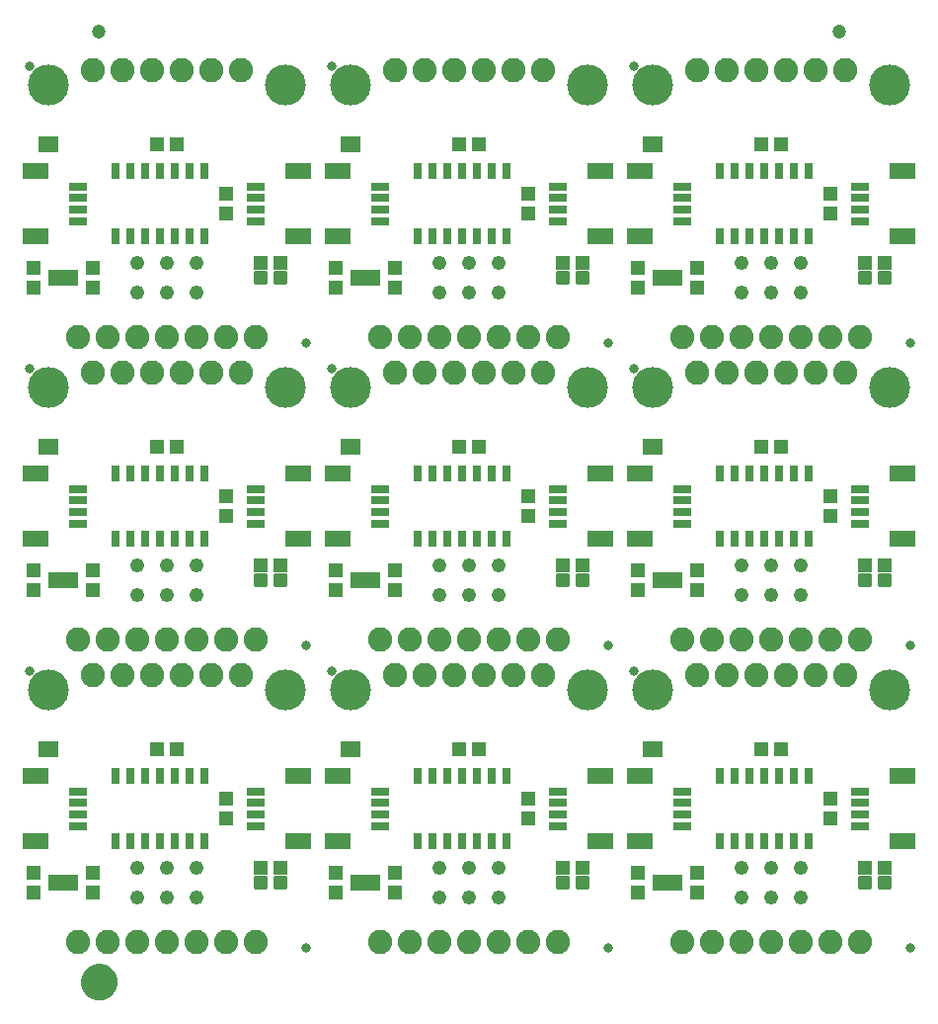
<source format=gts>
G75*
%MOIN*%
%OFA0B0*%
%FSLAX25Y25*%
%IPPOS*%
%LPD*%
%AMOC8*
5,1,8,0,0,1.08239X$1,22.5*
%
%ADD10C,0.03300*%
%ADD11R,0.08674X0.05524*%
%ADD12R,0.06115X0.03162*%
%ADD13C,0.08200*%
%ADD14R,0.04737X0.05131*%
%ADD15R,0.03300X0.05800*%
%ADD16R,0.03162X0.05524*%
%ADD17R,0.05131X0.04737*%
%ADD18C,0.04808*%
%ADD19C,0.01421*%
%ADD20C,0.13800*%
%ADD21C,0.04737*%
%ADD22C,0.05000*%
%ADD23C,0.06706*%
D10*
X0141962Y0036933D03*
X0243962Y0036933D03*
X0252462Y0130433D03*
X0243962Y0138933D03*
X0150462Y0130433D03*
X0141962Y0138933D03*
X0048462Y0130433D03*
X0048462Y0232433D03*
X0141962Y0240933D03*
X0150462Y0232433D03*
X0243962Y0240933D03*
X0252462Y0232433D03*
X0345962Y0240933D03*
X0252462Y0334433D03*
X0150462Y0334433D03*
X0048462Y0334433D03*
X0345962Y0138933D03*
X0345962Y0036933D03*
D11*
X0343430Y0072909D03*
X0343430Y0094957D03*
X0254493Y0094957D03*
X0241430Y0094957D03*
X0241430Y0072909D03*
X0254493Y0072909D03*
X0152493Y0072909D03*
X0139430Y0072909D03*
X0139430Y0094957D03*
X0152493Y0094957D03*
X0152493Y0174909D03*
X0139430Y0174909D03*
X0139430Y0196957D03*
X0152493Y0196957D03*
X0152493Y0276909D03*
X0139430Y0276909D03*
X0139430Y0298957D03*
X0152493Y0298957D03*
X0241430Y0298957D03*
X0254493Y0298957D03*
X0254493Y0276909D03*
X0241430Y0276909D03*
X0241430Y0196957D03*
X0254493Y0196957D03*
X0254493Y0174909D03*
X0241430Y0174909D03*
X0343430Y0174909D03*
X0343430Y0196957D03*
X0343430Y0276909D03*
X0343430Y0298957D03*
X0050493Y0298957D03*
X0050493Y0276909D03*
X0050493Y0196957D03*
X0050493Y0174909D03*
X0050493Y0094957D03*
X0050493Y0072909D03*
D12*
X0064962Y0078028D03*
X0064962Y0081965D03*
X0064962Y0085902D03*
X0064962Y0089839D03*
X0124962Y0089839D03*
X0124962Y0085902D03*
X0124962Y0081965D03*
X0124962Y0078028D03*
X0166962Y0078028D03*
X0166962Y0081965D03*
X0166962Y0085902D03*
X0166962Y0089839D03*
X0226962Y0089839D03*
X0226962Y0085902D03*
X0226962Y0081965D03*
X0226962Y0078028D03*
X0268962Y0078028D03*
X0268962Y0081965D03*
X0268962Y0085902D03*
X0268962Y0089839D03*
X0328962Y0089839D03*
X0328962Y0085902D03*
X0328962Y0081965D03*
X0328962Y0078028D03*
X0328962Y0180028D03*
X0328962Y0183965D03*
X0328962Y0187902D03*
X0328962Y0191839D03*
X0268962Y0191839D03*
X0268962Y0187902D03*
X0268962Y0183965D03*
X0268962Y0180028D03*
X0226962Y0180028D03*
X0226962Y0183965D03*
X0226962Y0187902D03*
X0226962Y0191839D03*
X0166962Y0191839D03*
X0166962Y0187902D03*
X0166962Y0183965D03*
X0166962Y0180028D03*
X0124962Y0180028D03*
X0124962Y0183965D03*
X0124962Y0187902D03*
X0124962Y0191839D03*
X0064962Y0191839D03*
X0064962Y0187902D03*
X0064962Y0183965D03*
X0064962Y0180028D03*
X0064962Y0282028D03*
X0064962Y0285965D03*
X0064962Y0289902D03*
X0064962Y0293839D03*
X0124962Y0293839D03*
X0124962Y0289902D03*
X0124962Y0285965D03*
X0124962Y0282028D03*
X0166962Y0282028D03*
X0166962Y0285965D03*
X0166962Y0289902D03*
X0166962Y0293839D03*
X0226962Y0293839D03*
X0226962Y0289902D03*
X0226962Y0285965D03*
X0226962Y0282028D03*
X0268962Y0282028D03*
X0268962Y0285965D03*
X0268962Y0289902D03*
X0268962Y0293839D03*
X0328962Y0293839D03*
X0328962Y0289902D03*
X0328962Y0285965D03*
X0328962Y0282028D03*
D13*
X0328962Y0242933D03*
X0318962Y0242933D03*
X0308962Y0242933D03*
X0298962Y0242933D03*
X0288962Y0242933D03*
X0278962Y0242933D03*
X0268962Y0242933D03*
X0273962Y0230933D03*
X0283962Y0230933D03*
X0293962Y0230933D03*
X0303962Y0230933D03*
X0313962Y0230933D03*
X0323962Y0230933D03*
X0226962Y0242933D03*
X0216962Y0242933D03*
X0206962Y0242933D03*
X0196962Y0242933D03*
X0186962Y0242933D03*
X0176962Y0242933D03*
X0166962Y0242933D03*
X0171962Y0230933D03*
X0181962Y0230933D03*
X0191962Y0230933D03*
X0201962Y0230933D03*
X0211962Y0230933D03*
X0221962Y0230933D03*
X0226962Y0140933D03*
X0216962Y0140933D03*
X0206962Y0140933D03*
X0196962Y0140933D03*
X0186962Y0140933D03*
X0176962Y0140933D03*
X0166962Y0140933D03*
X0171962Y0128933D03*
X0181962Y0128933D03*
X0191962Y0128933D03*
X0201962Y0128933D03*
X0211962Y0128933D03*
X0221962Y0128933D03*
X0268962Y0140933D03*
X0278962Y0140933D03*
X0288962Y0140933D03*
X0298962Y0140933D03*
X0308962Y0140933D03*
X0318962Y0140933D03*
X0328962Y0140933D03*
X0323962Y0128933D03*
X0313962Y0128933D03*
X0303962Y0128933D03*
X0293962Y0128933D03*
X0283962Y0128933D03*
X0273962Y0128933D03*
X0278962Y0038933D03*
X0288962Y0038933D03*
X0298962Y0038933D03*
X0308962Y0038933D03*
X0318962Y0038933D03*
X0328962Y0038933D03*
X0268962Y0038933D03*
X0226962Y0038933D03*
X0216962Y0038933D03*
X0206962Y0038933D03*
X0196962Y0038933D03*
X0186962Y0038933D03*
X0176962Y0038933D03*
X0166962Y0038933D03*
X0124962Y0038933D03*
X0114962Y0038933D03*
X0104962Y0038933D03*
X0094962Y0038933D03*
X0084962Y0038933D03*
X0074962Y0038933D03*
X0064962Y0038933D03*
X0069962Y0128933D03*
X0079962Y0128933D03*
X0089962Y0128933D03*
X0099962Y0128933D03*
X0109962Y0128933D03*
X0119962Y0128933D03*
X0124962Y0140933D03*
X0114962Y0140933D03*
X0104962Y0140933D03*
X0094962Y0140933D03*
X0084962Y0140933D03*
X0074962Y0140933D03*
X0064962Y0140933D03*
X0069962Y0230933D03*
X0079962Y0230933D03*
X0089962Y0230933D03*
X0099962Y0230933D03*
X0109962Y0230933D03*
X0119962Y0230933D03*
X0124962Y0242933D03*
X0114962Y0242933D03*
X0104962Y0242933D03*
X0094962Y0242933D03*
X0084962Y0242933D03*
X0074962Y0242933D03*
X0064962Y0242933D03*
X0069962Y0332933D03*
X0079962Y0332933D03*
X0089962Y0332933D03*
X0099962Y0332933D03*
X0109962Y0332933D03*
X0119962Y0332933D03*
X0171962Y0332933D03*
X0181962Y0332933D03*
X0191962Y0332933D03*
X0201962Y0332933D03*
X0211962Y0332933D03*
X0221962Y0332933D03*
X0273962Y0332933D03*
X0283962Y0332933D03*
X0293962Y0332933D03*
X0303962Y0332933D03*
X0313962Y0332933D03*
X0323962Y0332933D03*
D14*
X0049962Y0055587D03*
X0049962Y0062280D03*
X0069962Y0062280D03*
X0069962Y0055587D03*
X0114962Y0080587D03*
X0114962Y0087280D03*
X0151962Y0062280D03*
X0151962Y0055587D03*
X0171962Y0055587D03*
X0171962Y0062280D03*
X0216962Y0080587D03*
X0216962Y0087280D03*
X0253962Y0062280D03*
X0253962Y0055587D03*
X0273962Y0055587D03*
X0273962Y0062280D03*
X0318962Y0080587D03*
X0318962Y0087280D03*
X0273962Y0157587D03*
X0273962Y0164280D03*
X0253962Y0164280D03*
X0253962Y0157587D03*
X0216962Y0182587D03*
X0216962Y0189280D03*
X0171962Y0164280D03*
X0171962Y0157587D03*
X0151962Y0157587D03*
X0151962Y0164280D03*
X0114962Y0182587D03*
X0114962Y0189280D03*
X0069962Y0164280D03*
X0069962Y0157587D03*
X0049962Y0157587D03*
X0049962Y0164280D03*
X0049962Y0259587D03*
X0049962Y0266280D03*
X0069962Y0266280D03*
X0069962Y0259587D03*
X0114962Y0284587D03*
X0114962Y0291280D03*
X0151962Y0266280D03*
X0151962Y0259587D03*
X0171962Y0259587D03*
X0171962Y0266280D03*
X0216962Y0284587D03*
X0216962Y0291280D03*
X0253962Y0266280D03*
X0253962Y0259587D03*
X0273962Y0259587D03*
X0273962Y0266280D03*
X0318962Y0284587D03*
X0318962Y0291280D03*
X0318962Y0189280D03*
X0318962Y0182587D03*
D15*
X0267162Y0160933D03*
X0263962Y0160933D03*
X0260762Y0160933D03*
X0260562Y0205933D03*
X0257362Y0205933D03*
X0260762Y0262933D03*
X0263962Y0262933D03*
X0267162Y0262933D03*
X0260562Y0307933D03*
X0257362Y0307933D03*
X0165162Y0262933D03*
X0161962Y0262933D03*
X0158762Y0262933D03*
X0158562Y0307933D03*
X0155362Y0307933D03*
X0063162Y0262933D03*
X0059962Y0262933D03*
X0056762Y0262933D03*
X0056562Y0307933D03*
X0053362Y0307933D03*
X0053362Y0205933D03*
X0056562Y0205933D03*
X0056762Y0160933D03*
X0059962Y0160933D03*
X0063162Y0160933D03*
X0056562Y0103933D03*
X0053362Y0103933D03*
X0056762Y0058933D03*
X0059962Y0058933D03*
X0063162Y0058933D03*
X0155362Y0103933D03*
X0158562Y0103933D03*
X0158762Y0058933D03*
X0161962Y0058933D03*
X0165162Y0058933D03*
X0257362Y0103933D03*
X0260562Y0103933D03*
X0260762Y0058933D03*
X0263962Y0058933D03*
X0267162Y0058933D03*
X0165162Y0160933D03*
X0161962Y0160933D03*
X0158762Y0160933D03*
X0158562Y0205933D03*
X0155362Y0205933D03*
D16*
X0179462Y0196957D03*
X0184462Y0196957D03*
X0189462Y0196957D03*
X0194462Y0196957D03*
X0199462Y0196957D03*
X0204462Y0196957D03*
X0209462Y0196957D03*
X0209462Y0174909D03*
X0204462Y0174909D03*
X0199462Y0174909D03*
X0194462Y0174909D03*
X0189462Y0174909D03*
X0184462Y0174909D03*
X0179462Y0174909D03*
X0107462Y0174909D03*
X0102462Y0174909D03*
X0097462Y0174909D03*
X0092462Y0174909D03*
X0087462Y0174909D03*
X0082462Y0174909D03*
X0077462Y0174909D03*
X0077462Y0196957D03*
X0082462Y0196957D03*
X0087462Y0196957D03*
X0092462Y0196957D03*
X0097462Y0196957D03*
X0102462Y0196957D03*
X0107462Y0196957D03*
X0107462Y0276909D03*
X0102462Y0276909D03*
X0097462Y0276909D03*
X0092462Y0276909D03*
X0087462Y0276909D03*
X0082462Y0276909D03*
X0077462Y0276909D03*
X0077462Y0298957D03*
X0082462Y0298957D03*
X0087462Y0298957D03*
X0092462Y0298957D03*
X0097462Y0298957D03*
X0102462Y0298957D03*
X0107462Y0298957D03*
X0179462Y0298957D03*
X0184462Y0298957D03*
X0189462Y0298957D03*
X0194462Y0298957D03*
X0199462Y0298957D03*
X0204462Y0298957D03*
X0209462Y0298957D03*
X0209462Y0276909D03*
X0204462Y0276909D03*
X0199462Y0276909D03*
X0194462Y0276909D03*
X0189462Y0276909D03*
X0184462Y0276909D03*
X0179462Y0276909D03*
X0281462Y0276909D03*
X0286462Y0276909D03*
X0291462Y0276909D03*
X0296462Y0276909D03*
X0301462Y0276909D03*
X0306462Y0276909D03*
X0311462Y0276909D03*
X0311462Y0298957D03*
X0306462Y0298957D03*
X0301462Y0298957D03*
X0296462Y0298957D03*
X0291462Y0298957D03*
X0286462Y0298957D03*
X0281462Y0298957D03*
X0281462Y0196957D03*
X0286462Y0196957D03*
X0291462Y0196957D03*
X0296462Y0196957D03*
X0301462Y0196957D03*
X0306462Y0196957D03*
X0311462Y0196957D03*
X0311462Y0174909D03*
X0306462Y0174909D03*
X0301462Y0174909D03*
X0296462Y0174909D03*
X0291462Y0174909D03*
X0286462Y0174909D03*
X0281462Y0174909D03*
X0281462Y0094957D03*
X0286462Y0094957D03*
X0291462Y0094957D03*
X0296462Y0094957D03*
X0301462Y0094957D03*
X0306462Y0094957D03*
X0311462Y0094957D03*
X0311462Y0072909D03*
X0306462Y0072909D03*
X0301462Y0072909D03*
X0296462Y0072909D03*
X0291462Y0072909D03*
X0286462Y0072909D03*
X0281462Y0072909D03*
X0209462Y0072909D03*
X0204462Y0072909D03*
X0199462Y0072909D03*
X0194462Y0072909D03*
X0189462Y0072909D03*
X0184462Y0072909D03*
X0179462Y0072909D03*
X0179462Y0094957D03*
X0184462Y0094957D03*
X0189462Y0094957D03*
X0194462Y0094957D03*
X0199462Y0094957D03*
X0204462Y0094957D03*
X0209462Y0094957D03*
X0107462Y0094957D03*
X0102462Y0094957D03*
X0097462Y0094957D03*
X0092462Y0094957D03*
X0087462Y0094957D03*
X0082462Y0094957D03*
X0077462Y0094957D03*
X0077462Y0072909D03*
X0082462Y0072909D03*
X0087462Y0072909D03*
X0092462Y0072909D03*
X0097462Y0072909D03*
X0102462Y0072909D03*
X0107462Y0072909D03*
D17*
X0126615Y0063933D03*
X0133308Y0063933D03*
X0098308Y0103933D03*
X0091615Y0103933D03*
X0126615Y0165933D03*
X0133308Y0165933D03*
X0098308Y0205933D03*
X0091615Y0205933D03*
X0126615Y0267933D03*
X0133308Y0267933D03*
X0098308Y0307933D03*
X0091615Y0307933D03*
X0193615Y0307933D03*
X0200308Y0307933D03*
X0228615Y0267933D03*
X0235308Y0267933D03*
X0295615Y0307933D03*
X0302308Y0307933D03*
X0330615Y0267933D03*
X0337308Y0267933D03*
X0302308Y0205933D03*
X0295615Y0205933D03*
X0330615Y0165933D03*
X0337308Y0165933D03*
X0302308Y0103933D03*
X0295615Y0103933D03*
X0330615Y0063933D03*
X0337308Y0063933D03*
X0235308Y0063933D03*
X0228615Y0063933D03*
X0200308Y0103933D03*
X0193615Y0103933D03*
X0228615Y0165933D03*
X0235308Y0165933D03*
X0200308Y0205933D03*
X0193615Y0205933D03*
D18*
X0196962Y0165933D03*
X0206962Y0165933D03*
X0206962Y0155933D03*
X0196962Y0155933D03*
X0186962Y0155933D03*
X0186962Y0165933D03*
X0104962Y0165933D03*
X0104962Y0155933D03*
X0094962Y0155933D03*
X0094962Y0165933D03*
X0084962Y0165933D03*
X0084962Y0155933D03*
X0084962Y0063933D03*
X0084962Y0053933D03*
X0094962Y0053933D03*
X0104962Y0053933D03*
X0104962Y0063933D03*
X0094962Y0063933D03*
X0186962Y0063933D03*
X0196962Y0063933D03*
X0206962Y0063933D03*
X0206962Y0053933D03*
X0196962Y0053933D03*
X0186962Y0053933D03*
X0288962Y0053933D03*
X0288962Y0063933D03*
X0298962Y0063933D03*
X0308962Y0063933D03*
X0308962Y0053933D03*
X0298962Y0053933D03*
X0298962Y0155933D03*
X0308962Y0155933D03*
X0308962Y0165933D03*
X0298962Y0165933D03*
X0288962Y0165933D03*
X0288962Y0155933D03*
X0288962Y0257933D03*
X0288962Y0267933D03*
X0298962Y0267933D03*
X0308962Y0267933D03*
X0308962Y0257933D03*
X0298962Y0257933D03*
X0206962Y0257933D03*
X0206962Y0267933D03*
X0196962Y0267933D03*
X0196962Y0257933D03*
X0186962Y0257933D03*
X0186962Y0267933D03*
X0104962Y0267933D03*
X0104962Y0257933D03*
X0094962Y0257933D03*
X0094962Y0267933D03*
X0084962Y0267933D03*
X0084962Y0257933D03*
D19*
X0128167Y0261275D02*
X0128167Y0264591D01*
X0128167Y0261275D02*
X0124851Y0261275D01*
X0124851Y0264591D01*
X0128167Y0264591D01*
X0128167Y0262695D02*
X0124851Y0262695D01*
X0124851Y0264115D02*
X0128167Y0264115D01*
X0135073Y0264591D02*
X0135073Y0261275D01*
X0131757Y0261275D01*
X0131757Y0264591D01*
X0135073Y0264591D01*
X0135073Y0262695D02*
X0131757Y0262695D01*
X0131757Y0264115D02*
X0135073Y0264115D01*
X0230167Y0264591D02*
X0230167Y0261275D01*
X0226851Y0261275D01*
X0226851Y0264591D01*
X0230167Y0264591D01*
X0230167Y0262695D02*
X0226851Y0262695D01*
X0226851Y0264115D02*
X0230167Y0264115D01*
X0237073Y0264591D02*
X0237073Y0261275D01*
X0233757Y0261275D01*
X0233757Y0264591D01*
X0237073Y0264591D01*
X0237073Y0262695D02*
X0233757Y0262695D01*
X0233757Y0264115D02*
X0237073Y0264115D01*
X0332167Y0264591D02*
X0332167Y0261275D01*
X0328851Y0261275D01*
X0328851Y0264591D01*
X0332167Y0264591D01*
X0332167Y0262695D02*
X0328851Y0262695D01*
X0328851Y0264115D02*
X0332167Y0264115D01*
X0339073Y0264591D02*
X0339073Y0261275D01*
X0335757Y0261275D01*
X0335757Y0264591D01*
X0339073Y0264591D01*
X0339073Y0262695D02*
X0335757Y0262695D01*
X0335757Y0264115D02*
X0339073Y0264115D01*
X0339073Y0162591D02*
X0339073Y0159275D01*
X0335757Y0159275D01*
X0335757Y0162591D01*
X0339073Y0162591D01*
X0339073Y0160695D02*
X0335757Y0160695D01*
X0335757Y0162115D02*
X0339073Y0162115D01*
X0332167Y0162591D02*
X0332167Y0159275D01*
X0328851Y0159275D01*
X0328851Y0162591D01*
X0332167Y0162591D01*
X0332167Y0160695D02*
X0328851Y0160695D01*
X0328851Y0162115D02*
X0332167Y0162115D01*
X0237073Y0162591D02*
X0237073Y0159275D01*
X0233757Y0159275D01*
X0233757Y0162591D01*
X0237073Y0162591D01*
X0237073Y0160695D02*
X0233757Y0160695D01*
X0233757Y0162115D02*
X0237073Y0162115D01*
X0230167Y0162591D02*
X0230167Y0159275D01*
X0226851Y0159275D01*
X0226851Y0162591D01*
X0230167Y0162591D01*
X0230167Y0160695D02*
X0226851Y0160695D01*
X0226851Y0162115D02*
X0230167Y0162115D01*
X0135073Y0162591D02*
X0135073Y0159275D01*
X0131757Y0159275D01*
X0131757Y0162591D01*
X0135073Y0162591D01*
X0135073Y0160695D02*
X0131757Y0160695D01*
X0131757Y0162115D02*
X0135073Y0162115D01*
X0128167Y0162591D02*
X0128167Y0159275D01*
X0124851Y0159275D01*
X0124851Y0162591D01*
X0128167Y0162591D01*
X0128167Y0160695D02*
X0124851Y0160695D01*
X0124851Y0162115D02*
X0128167Y0162115D01*
X0128167Y0060591D02*
X0128167Y0057275D01*
X0124851Y0057275D01*
X0124851Y0060591D01*
X0128167Y0060591D01*
X0128167Y0058695D02*
X0124851Y0058695D01*
X0124851Y0060115D02*
X0128167Y0060115D01*
X0135073Y0060591D02*
X0135073Y0057275D01*
X0131757Y0057275D01*
X0131757Y0060591D01*
X0135073Y0060591D01*
X0135073Y0058695D02*
X0131757Y0058695D01*
X0131757Y0060115D02*
X0135073Y0060115D01*
X0230167Y0060591D02*
X0230167Y0057275D01*
X0226851Y0057275D01*
X0226851Y0060591D01*
X0230167Y0060591D01*
X0230167Y0058695D02*
X0226851Y0058695D01*
X0226851Y0060115D02*
X0230167Y0060115D01*
X0237073Y0060591D02*
X0237073Y0057275D01*
X0233757Y0057275D01*
X0233757Y0060591D01*
X0237073Y0060591D01*
X0237073Y0058695D02*
X0233757Y0058695D01*
X0233757Y0060115D02*
X0237073Y0060115D01*
X0332167Y0060591D02*
X0332167Y0057275D01*
X0328851Y0057275D01*
X0328851Y0060591D01*
X0332167Y0060591D01*
X0332167Y0058695D02*
X0328851Y0058695D01*
X0328851Y0060115D02*
X0332167Y0060115D01*
X0339073Y0060591D02*
X0339073Y0057275D01*
X0335757Y0057275D01*
X0335757Y0060591D01*
X0339073Y0060591D01*
X0339073Y0058695D02*
X0335757Y0058695D01*
X0335757Y0060115D02*
X0339073Y0060115D01*
D20*
X0338962Y0123933D03*
X0258962Y0123933D03*
X0236962Y0123933D03*
X0156962Y0123933D03*
X0134962Y0123933D03*
X0054962Y0123933D03*
X0054962Y0225933D03*
X0134962Y0225933D03*
X0156962Y0225933D03*
X0236962Y0225933D03*
X0258962Y0225933D03*
X0338962Y0225933D03*
X0338962Y0327933D03*
X0258962Y0327933D03*
X0236962Y0327933D03*
X0156962Y0327933D03*
X0134962Y0327933D03*
X0054962Y0327933D03*
D21*
X0071962Y0346183D03*
X0321962Y0346183D03*
D22*
X0068397Y0025683D02*
X0068399Y0025802D01*
X0068405Y0025921D01*
X0068415Y0026040D01*
X0068429Y0026158D01*
X0068447Y0026276D01*
X0068468Y0026393D01*
X0068494Y0026509D01*
X0068524Y0026625D01*
X0068557Y0026739D01*
X0068594Y0026852D01*
X0068635Y0026964D01*
X0068680Y0027075D01*
X0068728Y0027184D01*
X0068780Y0027291D01*
X0068836Y0027396D01*
X0068895Y0027500D01*
X0068957Y0027601D01*
X0069023Y0027701D01*
X0069092Y0027798D01*
X0069164Y0027892D01*
X0069240Y0027985D01*
X0069318Y0028074D01*
X0069399Y0028161D01*
X0069484Y0028246D01*
X0069571Y0028327D01*
X0069660Y0028405D01*
X0069753Y0028481D01*
X0069847Y0028553D01*
X0069944Y0028622D01*
X0070044Y0028688D01*
X0070145Y0028750D01*
X0070249Y0028809D01*
X0070354Y0028865D01*
X0070461Y0028917D01*
X0070570Y0028965D01*
X0070681Y0029010D01*
X0070793Y0029051D01*
X0070906Y0029088D01*
X0071020Y0029121D01*
X0071136Y0029151D01*
X0071252Y0029177D01*
X0071369Y0029198D01*
X0071487Y0029216D01*
X0071605Y0029230D01*
X0071724Y0029240D01*
X0071843Y0029246D01*
X0071962Y0029248D01*
X0072081Y0029246D01*
X0072200Y0029240D01*
X0072319Y0029230D01*
X0072437Y0029216D01*
X0072555Y0029198D01*
X0072672Y0029177D01*
X0072788Y0029151D01*
X0072904Y0029121D01*
X0073018Y0029088D01*
X0073131Y0029051D01*
X0073243Y0029010D01*
X0073354Y0028965D01*
X0073463Y0028917D01*
X0073570Y0028865D01*
X0073675Y0028809D01*
X0073779Y0028750D01*
X0073880Y0028688D01*
X0073980Y0028622D01*
X0074077Y0028553D01*
X0074171Y0028481D01*
X0074264Y0028405D01*
X0074353Y0028327D01*
X0074440Y0028246D01*
X0074525Y0028161D01*
X0074606Y0028074D01*
X0074684Y0027985D01*
X0074760Y0027892D01*
X0074832Y0027798D01*
X0074901Y0027701D01*
X0074967Y0027601D01*
X0075029Y0027500D01*
X0075088Y0027396D01*
X0075144Y0027291D01*
X0075196Y0027184D01*
X0075244Y0027075D01*
X0075289Y0026964D01*
X0075330Y0026852D01*
X0075367Y0026739D01*
X0075400Y0026625D01*
X0075430Y0026509D01*
X0075456Y0026393D01*
X0075477Y0026276D01*
X0075495Y0026158D01*
X0075509Y0026040D01*
X0075519Y0025921D01*
X0075525Y0025802D01*
X0075527Y0025683D01*
X0075525Y0025564D01*
X0075519Y0025445D01*
X0075509Y0025326D01*
X0075495Y0025208D01*
X0075477Y0025090D01*
X0075456Y0024973D01*
X0075430Y0024857D01*
X0075400Y0024741D01*
X0075367Y0024627D01*
X0075330Y0024514D01*
X0075289Y0024402D01*
X0075244Y0024291D01*
X0075196Y0024182D01*
X0075144Y0024075D01*
X0075088Y0023970D01*
X0075029Y0023866D01*
X0074967Y0023765D01*
X0074901Y0023665D01*
X0074832Y0023568D01*
X0074760Y0023474D01*
X0074684Y0023381D01*
X0074606Y0023292D01*
X0074525Y0023205D01*
X0074440Y0023120D01*
X0074353Y0023039D01*
X0074264Y0022961D01*
X0074171Y0022885D01*
X0074077Y0022813D01*
X0073980Y0022744D01*
X0073880Y0022678D01*
X0073779Y0022616D01*
X0073675Y0022557D01*
X0073570Y0022501D01*
X0073463Y0022449D01*
X0073354Y0022401D01*
X0073243Y0022356D01*
X0073131Y0022315D01*
X0073018Y0022278D01*
X0072904Y0022245D01*
X0072788Y0022215D01*
X0072672Y0022189D01*
X0072555Y0022168D01*
X0072437Y0022150D01*
X0072319Y0022136D01*
X0072200Y0022126D01*
X0072081Y0022120D01*
X0071962Y0022118D01*
X0071843Y0022120D01*
X0071724Y0022126D01*
X0071605Y0022136D01*
X0071487Y0022150D01*
X0071369Y0022168D01*
X0071252Y0022189D01*
X0071136Y0022215D01*
X0071020Y0022245D01*
X0070906Y0022278D01*
X0070793Y0022315D01*
X0070681Y0022356D01*
X0070570Y0022401D01*
X0070461Y0022449D01*
X0070354Y0022501D01*
X0070249Y0022557D01*
X0070145Y0022616D01*
X0070044Y0022678D01*
X0069944Y0022744D01*
X0069847Y0022813D01*
X0069753Y0022885D01*
X0069660Y0022961D01*
X0069571Y0023039D01*
X0069484Y0023120D01*
X0069399Y0023205D01*
X0069318Y0023292D01*
X0069240Y0023381D01*
X0069164Y0023474D01*
X0069092Y0023568D01*
X0069023Y0023665D01*
X0068957Y0023765D01*
X0068895Y0023866D01*
X0068836Y0023970D01*
X0068780Y0024075D01*
X0068728Y0024182D01*
X0068680Y0024291D01*
X0068635Y0024402D01*
X0068594Y0024514D01*
X0068557Y0024627D01*
X0068524Y0024741D01*
X0068494Y0024857D01*
X0068468Y0024973D01*
X0068447Y0025090D01*
X0068429Y0025208D01*
X0068415Y0025326D01*
X0068405Y0025445D01*
X0068399Y0025564D01*
X0068397Y0025683D01*
D23*
X0071962Y0025683D03*
M02*

</source>
